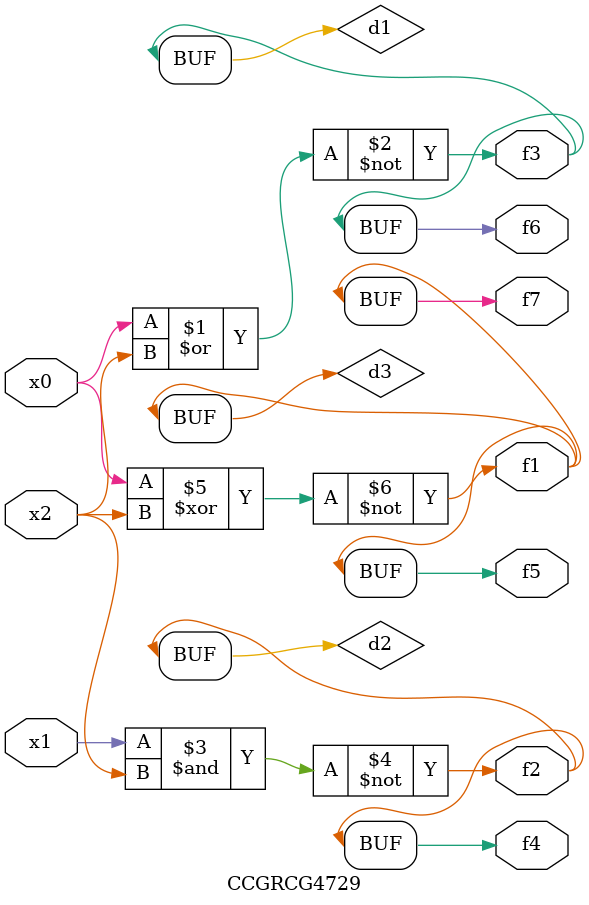
<source format=v>
module CCGRCG4729(
	input x0, x1, x2,
	output f1, f2, f3, f4, f5, f6, f7
);

	wire d1, d2, d3;

	nor (d1, x0, x2);
	nand (d2, x1, x2);
	xnor (d3, x0, x2);
	assign f1 = d3;
	assign f2 = d2;
	assign f3 = d1;
	assign f4 = d2;
	assign f5 = d3;
	assign f6 = d1;
	assign f7 = d3;
endmodule

</source>
